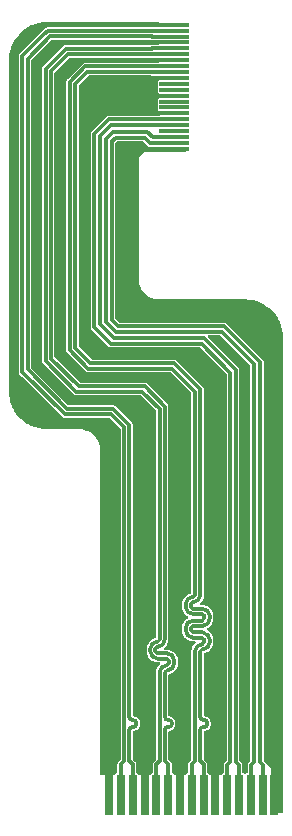
<source format=gbr>
%TF.GenerationSoftware,KiCad,Pcbnew,9.0.0*%
%TF.CreationDate,2025-07-25T21:30:29+02:00*%
%TF.ProjectId,PCK_Flex,50434b5f-466c-4657-982e-6b696361645f,rev?*%
%TF.SameCoordinates,Original*%
%TF.FileFunction,Copper,L1,Top*%
%TF.FilePolarity,Positive*%
%FSLAX46Y46*%
G04 Gerber Fmt 4.6, Leading zero omitted, Abs format (unit mm)*
G04 Created by KiCad (PCBNEW 9.0.0) date 2025-07-25 21:30:29*
%MOMM*%
%LPD*%
G01*
G04 APERTURE LIST*
%TA.AperFunction,SMDPad,CuDef*%
%ADD10R,0.700000X3.500000*%
%TD*%
%TA.AperFunction,SMDPad,CuDef*%
%ADD11R,2.500000X0.350000*%
%TD*%
%TA.AperFunction,ViaPad*%
%ADD12C,0.350000*%
%TD*%
%TA.AperFunction,Conductor*%
%ADD13C,0.300000*%
%TD*%
%TA.AperFunction,Conductor*%
%ADD14C,0.350000*%
%TD*%
G04 APERTURE END LIST*
D10*
%TO.P,J2,1,Pin_1*%
%TO.N,+3V3*%
X160000000Y-119500000D03*
%TO.P,J2,2,Pin_2*%
%TO.N,/SDA*%
X159000000Y-119500000D03*
%TO.P,J2,3,Pin_3*%
%TO.N,/SCL*%
X158000000Y-119500000D03*
%TO.P,J2,4,Pin_4*%
%TO.N,Net-(J1-Pin_18)*%
X157000000Y-119500000D03*
%TO.P,J2,5,Pin_5*%
%TO.N,/ENABLE*%
X156000000Y-119500000D03*
%TO.P,J2,6,Pin_6*%
%TO.N,GND*%
X155000000Y-119500000D03*
%TO.P,J2,7,Pin_7*%
%TO.N,/CON_SCI_CLK_P*%
X154000000Y-119500000D03*
%TO.P,J2,8,Pin_8*%
%TO.N,/CON_SCI_CLK_N*%
X153000000Y-119500000D03*
%TO.P,J2,9,Pin_9*%
%TO.N,GND*%
X152000000Y-119500000D03*
%TO.P,J2,10,Pin_10*%
%TO.N,/CON_SCI_D1_P*%
X151000000Y-119500000D03*
%TO.P,J2,11,Pin_11*%
%TO.N,/CON_SCI_D1_N*%
X150000000Y-119500000D03*
%TO.P,J2,12,Pin_12*%
%TO.N,GND*%
X149000000Y-119500000D03*
%TO.P,J2,13,Pin_13*%
%TO.N,/CON_SCI_D0_P*%
X148000000Y-119500000D03*
%TO.P,J2,14,Pin_14*%
%TO.N,/CON_SCI_D0_N*%
X147000000Y-119500000D03*
%TO.P,J2,15,Pin_15*%
%TO.N,GND*%
X146000000Y-119500000D03*
%TD*%
D11*
%TO.P,J1,22,Pin_22*%
%TO.N,+3V3*%
X151500000Y-64750000D03*
%TO.P,J1,21,Pin_21*%
%TO.N,/SDA*%
X151500000Y-64250000D03*
%TO.P,J1,20,Pin_20*%
%TO.N,/SCL*%
X151500000Y-63750000D03*
%TO.P,J1,19,Pin_19*%
%TO.N,unconnected-(J1-Pin_19-Pad19)*%
X151500000Y-63250000D03*
%TO.P,J1,18,Pin_18*%
%TO.N,Net-(J1-Pin_18)*%
X151500000Y-62750000D03*
%TO.P,J1,17,Pin_17*%
%TO.N,/ENABLE*%
X151500000Y-62250000D03*
%TO.P,J1,16,Pin_16*%
%TO.N,GND*%
X151500000Y-61750000D03*
%TO.P,J1,15,Pin_15*%
%TO.N,unconnected-(J1-Pin_15-Pad15)*%
X151500000Y-61250000D03*
%TO.P,J1,14,Pin_14*%
%TO.N,unconnected-(J1-Pin_14-Pad14)*%
X151500000Y-60750000D03*
%TO.P,J1,13,Pin_13*%
%TO.N,GND*%
X151500000Y-60250000D03*
%TO.P,J1,12,Pin_12*%
%TO.N,unconnected-(J1-Pin_12-Pad12)*%
X151500000Y-59750000D03*
%TO.P,J1,11,Pin_11*%
%TO.N,unconnected-(J1-Pin_11-Pad11)*%
X151500000Y-59250000D03*
%TO.P,J1,10,Pin_10*%
%TO.N,GND*%
X151500000Y-58750000D03*
%TO.P,J1,9,Pin_9*%
%TO.N,/CON_SCI_CLK_P*%
X151500000Y-58250000D03*
%TO.P,J1,8,Pin_8*%
%TO.N,/CON_SCI_CLK_N*%
X151500000Y-57750000D03*
%TO.P,J1,7,Pin_7*%
%TO.N,GND*%
X151500000Y-57250000D03*
%TO.P,J1,6,Pin_6*%
%TO.N,/CON_SCI_D1_P*%
X151500000Y-56750000D03*
%TO.P,J1,5,Pin_5*%
%TO.N,/CON_SCI_D1_N*%
X151500000Y-56250000D03*
%TO.P,J1,4,Pin_4*%
%TO.N,GND*%
X151500000Y-55750000D03*
%TO.P,J1,3,Pin_3*%
%TO.N,/CON_SCI_D0_P*%
X151500000Y-55250000D03*
%TO.P,J1,2,Pin_2*%
%TO.N,/CON_SCI_D0_N*%
X151500000Y-54750000D03*
%TO.P,J1,1,Pin_1*%
%TO.N,GND*%
X151500000Y-54250000D03*
%TD*%
D12*
%TO.N,GND*%
X157505400Y-116738400D03*
X146024600Y-116738400D03*
X149402800Y-58775600D03*
X149402800Y-61747400D03*
X149402800Y-60248800D03*
X149402800Y-57251600D03*
X149402800Y-55753000D03*
X149402800Y-54250000D03*
X155016200Y-116738400D03*
X152019000Y-116738400D03*
X149021800Y-116738400D03*
%TD*%
D13*
%TO.N,/SDA*%
X159000000Y-118389400D02*
X159000000Y-120000000D01*
X159004000Y-118385400D02*
X159000000Y-118389400D01*
X159004000Y-116916200D02*
X159004000Y-118385400D01*
X158750000Y-116662200D02*
X159004000Y-116916200D01*
X158750000Y-82778600D02*
X158750000Y-116662200D01*
X146786600Y-79756000D02*
X155727400Y-79756000D01*
X146253200Y-79222600D02*
X146786600Y-79756000D01*
X146253200Y-64109600D02*
X146253200Y-79222600D01*
X146565000Y-63797800D02*
X146253200Y-64109600D01*
X149467000Y-64250000D02*
X149014800Y-63797800D01*
X149014800Y-63797800D02*
X146565000Y-63797800D01*
X151500000Y-64250000D02*
X149467000Y-64250000D01*
%TO.N,/SCL*%
X158242000Y-116662200D02*
X158000000Y-116904200D01*
X158000000Y-116904200D02*
X158000000Y-120000000D01*
X158242000Y-82981800D02*
X158242000Y-116662200D01*
X146583400Y-80264000D02*
X155524200Y-80264000D01*
X146354800Y-63296800D02*
X145745200Y-63906400D01*
X145745200Y-79425800D02*
X146583400Y-80264000D01*
X145745200Y-63906400D02*
X145745200Y-79425800D01*
X149225000Y-63296800D02*
X146354800Y-63296800D01*
X155524200Y-80264000D02*
X158242000Y-82981800D01*
X151500000Y-63750000D02*
X149678200Y-63750000D01*
%TO.N,/SDA*%
X155727400Y-79756000D02*
X158750000Y-82778600D01*
%TO.N,/SCL*%
X149678200Y-63750000D02*
X149225000Y-63296800D01*
D14*
%TO.N,/CON_SCI_CLK_N*%
X149624999Y-57750000D02*
X151500000Y-57750000D01*
X149599999Y-57775000D02*
X149624999Y-57750000D01*
X143963802Y-57775000D02*
X149599999Y-57775000D01*
X142679000Y-59059802D02*
X143963802Y-57775000D01*
X142679000Y-81808598D02*
X142679000Y-59059802D01*
X144233202Y-83362800D02*
X142679000Y-81808598D01*
X153275000Y-85317998D02*
X151319802Y-83362800D01*
X153275000Y-100609400D02*
X153275000Y-85317998D01*
X151319802Y-83362800D02*
X144233202Y-83362800D01*
%TO.N,/CON_SCI_CLK_P*%
X144150198Y-58225000D02*
X149599999Y-58225000D01*
X143129000Y-81622202D02*
X143129000Y-59246198D01*
X144419598Y-82912800D02*
X143129000Y-81622202D01*
X149599999Y-58225000D02*
X149624999Y-58250000D01*
X151506198Y-82912800D02*
X144419598Y-82912800D01*
X153725000Y-85131602D02*
X151506198Y-82912800D01*
X153725000Y-100609400D02*
X153725000Y-85131602D01*
X149624999Y-58250000D02*
X151500000Y-58250000D01*
X143129000Y-59246198D02*
X144150198Y-58225000D01*
%TO.N,/CON_SCI_D0_N*%
X149624999Y-54750000D02*
X151500000Y-54750000D01*
X149600999Y-54774000D02*
X149624999Y-54750000D01*
X141164808Y-54774000D02*
X149413189Y-54774000D01*
X149413189Y-54774000D02*
X149600999Y-54774000D01*
X140526998Y-55038190D02*
X140791188Y-54774000D01*
X140791188Y-54774000D02*
X141164808Y-54774000D01*
X138903590Y-56661598D02*
X140526998Y-55038190D01*
X138639400Y-56925788D02*
X138903590Y-56661598D01*
X138639400Y-83238792D02*
X138639400Y-57299408D01*
X138639400Y-83612412D02*
X138639400Y-83238792D01*
X142625208Y-87224600D02*
X142251588Y-87224600D01*
X138903590Y-83876602D02*
X138639400Y-83612412D01*
X147271800Y-88333212D02*
X146163188Y-87224600D01*
X141987398Y-86960410D02*
X138903590Y-83876602D01*
X147271800Y-92980390D02*
X147271800Y-88333212D01*
X138639400Y-57299408D02*
X138639400Y-56925788D01*
X147271800Y-93354010D02*
X147271800Y-92980390D01*
X147274000Y-93356210D02*
X147271800Y-93354010D01*
X142251588Y-87224600D02*
X141987398Y-86960410D01*
X147274000Y-111522390D02*
X147274000Y-93356210D01*
X147274000Y-111896010D02*
X147274000Y-111522390D01*
X146163188Y-87224600D02*
X142625208Y-87224600D01*
X147274000Y-112564951D02*
X147274000Y-111896010D01*
X147274000Y-112676864D02*
X147274000Y-112564951D01*
X147269749Y-112681082D02*
X147274000Y-112676864D01*
X147275000Y-113069136D02*
X147268264Y-113057466D01*
X147268264Y-113057466D02*
X147269749Y-112681082D01*
X147272241Y-113761865D02*
X147275000Y-113757087D01*
X147274000Y-114141179D02*
X147265776Y-114132663D01*
X147274000Y-116413189D02*
X147274000Y-114141179D01*
X147274000Y-116600999D02*
X147274000Y-116413189D01*
X147000000Y-116874999D02*
X147274000Y-116600999D01*
X147275000Y-113757087D02*
X147275000Y-113069136D01*
X147265776Y-114132663D02*
X147272241Y-113761865D01*
X147000000Y-119500000D02*
X147000000Y-116874999D01*
D13*
%TO.N,/ENABLE*%
X156000000Y-116897600D02*
X156000000Y-120000000D01*
X156260800Y-116636800D02*
X156000000Y-116897600D01*
X156260800Y-83715720D02*
X156260800Y-116636800D01*
X146151600Y-81280000D02*
X153825080Y-81280000D01*
X144705139Y-79833539D02*
X146151600Y-81280000D01*
X153825080Y-81280000D02*
X156260800Y-83715720D01*
X144703800Y-63500000D02*
X144703800Y-79804122D01*
X144703800Y-79804122D02*
X144705139Y-79805461D01*
X145953800Y-62250000D02*
X144703800Y-63500000D01*
X144705139Y-79805461D02*
X144705139Y-79833539D01*
X148369479Y-62250000D02*
X145953800Y-62250000D01*
D14*
%TO.N,/CON_SCI_D0_P*%
X149624999Y-55250000D02*
X151500000Y-55250000D01*
X149599999Y-55225000D02*
X149624999Y-55250000D01*
X140977998Y-55225000D02*
X149599999Y-55225000D01*
X139090400Y-57112598D02*
X140977998Y-55225000D01*
X139090400Y-83425602D02*
X139090400Y-57112598D01*
X142438398Y-86773600D02*
X139090400Y-83425602D01*
X146349998Y-86773600D02*
X142438398Y-86773600D01*
X147725000Y-111709200D02*
X147725000Y-93169400D01*
X147722800Y-93167200D02*
X147722800Y-88146402D01*
%TO.N,/CON_SCI_D1_N*%
X149624999Y-56250000D02*
X151500000Y-56250000D01*
%TO.N,/CON_SCI_D0_P*%
X147725000Y-93169400D02*
X147722800Y-93167200D01*
%TO.N,/CON_SCI_D1_N*%
X142314202Y-56275000D02*
X149599999Y-56275000D01*
X149599999Y-56275000D02*
X149624999Y-56250000D01*
X140621600Y-82697598D02*
X140621600Y-57967602D01*
X140621600Y-57967602D02*
X142314202Y-56275000D01*
X150275000Y-86762998D02*
X148823402Y-85311400D01*
X150275000Y-102768400D02*
X150275000Y-86762998D01*
X148823402Y-85311400D02*
X143235402Y-85311400D01*
%TO.N,/CON_SCI_D1_P*%
X149624999Y-56750000D02*
X151500000Y-56750000D01*
X149599999Y-56725000D02*
X149624999Y-56750000D01*
X141071600Y-58153998D02*
X142500598Y-56725000D01*
%TO.N,/CON_SCI_D0_P*%
X147722800Y-88146402D02*
X146349998Y-86773600D01*
%TO.N,/CON_SCI_D1_P*%
X150725000Y-102768400D02*
X150725000Y-86576602D01*
X150725000Y-86576602D02*
X149009798Y-84861400D01*
X143421798Y-84861400D02*
X141071600Y-82511202D01*
X142500598Y-56725000D02*
X149599999Y-56725000D01*
X149009798Y-84861400D02*
X143421798Y-84861400D01*
%TO.N,/CON_SCI_D1_N*%
X143235402Y-85311400D02*
X140621600Y-82697598D01*
%TO.N,/CON_SCI_D1_P*%
X141071600Y-82511202D02*
X141071600Y-58153998D01*
D13*
%TO.N,Net-(J1-Pin_18)*%
X146161320Y-62751000D02*
X146976802Y-62751001D01*
X145204800Y-79596600D02*
X145204800Y-63707520D01*
X146380200Y-80772000D02*
X145204800Y-79596600D01*
X154025600Y-80772000D02*
X146380200Y-80772000D01*
X145204800Y-63707520D02*
X146161320Y-62751000D01*
X154032601Y-80779000D02*
X154025600Y-80772000D01*
X156468320Y-83214720D02*
X154032601Y-80779000D01*
X156468321Y-83214720D02*
X156468320Y-83214720D01*
X156718000Y-83464400D02*
X156468321Y-83214720D01*
X156761800Y-83508199D02*
X156718000Y-83464400D01*
X146976802Y-62751001D02*
X146976803Y-62751000D01*
X146976802Y-62751001D02*
X148161956Y-62751000D01*
X156761800Y-83508199D02*
X156761800Y-83508200D01*
X156761800Y-116429280D02*
X156761800Y-83923240D01*
X157000000Y-116893400D02*
X156761800Y-116655200D01*
X156761800Y-83923240D02*
X156761800Y-83508199D01*
X156761800Y-116655200D02*
X156761800Y-116429280D01*
X157000000Y-120000000D02*
X157000000Y-116893400D01*
D14*
%TO.N,/CON_SCI_CLK_P*%
X154303812Y-113344400D02*
G75*
G03*
X154063812Y-113104388I-240012J0D01*
G01*
X153965000Y-113104400D02*
G75*
G02*
X153725000Y-112864400I0J240000D01*
G01*
X154063812Y-113704400D02*
G75*
G03*
X154303800Y-113464400I-12J240000D01*
G01*
X153725000Y-113944400D02*
G75*
G02*
X153965000Y-113704400I240000J0D01*
G01*
X153725000Y-116599999D02*
X153725000Y-113944400D01*
X154063812Y-113104400D02*
X153965000Y-113104400D01*
X153965000Y-113704400D02*
X154063812Y-113704400D01*
X153725000Y-112864400D02*
X153725000Y-112744400D01*
X153725000Y-111683800D02*
X153725000Y-107315000D01*
X153725000Y-112744400D02*
X153725000Y-111683800D01*
X154000000Y-116874999D02*
X153725000Y-116599999D01*
X154303812Y-113464400D02*
X154303812Y-113344400D01*
X154000000Y-119500000D02*
X154000000Y-116874999D01*
%TO.N,/CON_SCI_D1_P*%
X150965000Y-113104400D02*
G75*
G02*
X150725000Y-112864400I0J240000D01*
G01*
X151303812Y-113344400D02*
G75*
G03*
X151063812Y-113104388I-240012J0D01*
G01*
X150725000Y-113944400D02*
G75*
G02*
X150965000Y-113704400I240000J0D01*
G01*
X151063812Y-113704400D02*
G75*
G03*
X151303800Y-113464400I-12J240000D01*
G01*
X151000000Y-116874999D02*
X150725000Y-116599999D01*
X150725000Y-112744400D02*
X150725000Y-111582200D01*
X150725000Y-111582200D02*
X150725000Y-109093000D01*
X150725000Y-112864400D02*
X150725000Y-112744400D01*
X151303812Y-113464400D02*
X151303812Y-113344400D01*
X151063812Y-113104400D02*
X150965000Y-113104400D01*
X150965000Y-113704400D02*
X151063812Y-113704400D01*
X151000000Y-119500000D02*
X151000000Y-116874999D01*
X150725000Y-116599999D02*
X150725000Y-113944400D01*
%TO.N,/CON_SCI_D0_P*%
X147725000Y-113951761D02*
G75*
G02*
X147965000Y-113711800I240000J-39D01*
G01*
X148303871Y-113351761D02*
G75*
G03*
X148063871Y-113111829I-239971J-39D01*
G01*
X147965000Y-113111761D02*
G75*
G02*
X147725039Y-112871761I0J239961D01*
G01*
X148063871Y-113711761D02*
G75*
G03*
X148303861Y-113471761I29J239961D01*
G01*
X147725000Y-112871761D02*
X147725000Y-112751761D01*
X148303871Y-113471761D02*
X148303871Y-113351761D01*
X147965000Y-113711761D02*
X148063871Y-113711761D01*
X148000000Y-116874999D02*
X147725000Y-116599999D01*
X148000000Y-119500000D02*
X148000000Y-116874999D01*
X147725000Y-112751761D02*
X147725000Y-111709200D01*
X148063871Y-113111761D02*
X147965000Y-113111761D01*
X147725000Y-116599999D02*
X147725000Y-113951761D01*
%TO.N,/CON_SCI_CLK_N*%
X153275000Y-116599999D02*
X153275000Y-107315000D01*
X153725000Y-104140000D02*
X153325000Y-104140000D01*
X154075000Y-104515000D02*
X154075000Y-104315000D01*
X152475000Y-105515000D02*
X152475000Y-105315000D01*
%TO.N,/CON_SCI_CLK_P*%
X153725000Y-102515000D02*
X153725000Y-102315000D01*
%TO.N,/CON_SCI_CLK_N*%
X153725000Y-104690000D02*
X153900000Y-104690000D01*
%TO.N,/CON_SCI_CLK_P*%
X153725000Y-102315000D02*
X153725000Y-100609400D01*
%TO.N,/CON_SCI_CLK_N*%
X153900000Y-106140000D02*
X153725000Y-106140000D01*
X153725000Y-106140000D02*
X153275000Y-106140000D01*
X153275000Y-102515000D02*
X153275000Y-102315000D01*
X153275000Y-102315000D02*
X153275000Y-100609400D01*
X153325000Y-104140000D02*
X153100000Y-104140000D01*
X153000000Y-116874999D02*
X153275000Y-116599999D01*
X153275000Y-104690000D02*
X153725000Y-104690000D01*
%TO.N,/CON_SCI_CLK_P*%
X152925000Y-103515000D02*
X152925000Y-103315000D01*
X153900000Y-105690000D02*
X153725000Y-105690000D01*
X153725000Y-105690000D02*
X153275000Y-105690000D01*
X153325000Y-103690000D02*
X153100000Y-103690000D01*
X153275000Y-105140000D02*
X153725000Y-105140000D01*
%TO.N,/CON_SCI_CLK_N*%
X153275000Y-106140000D02*
X153100000Y-106140000D01*
%TO.N,/CON_SCI_CLK_P*%
X153725000Y-103690000D02*
X153325000Y-103690000D01*
%TO.N,/CON_SCI_CLK_N*%
X153900000Y-104140000D02*
X153725000Y-104140000D01*
%TO.N,/CON_SCI_CLK_P*%
X153900000Y-103690000D02*
X153725000Y-103690000D01*
X153725000Y-105140000D02*
X153900000Y-105140000D01*
%TO.N,/CON_SCI_CLK_N*%
X153100000Y-104690000D02*
X153275000Y-104690000D01*
%TO.N,/CON_SCI_CLK_P*%
X154525000Y-104515000D02*
X154525000Y-104315000D01*
%TO.N,/CON_SCI_CLK_N*%
X152475000Y-103515000D02*
X152475000Y-103315000D01*
%TO.N,/CON_SCI_CLK_P*%
X152925000Y-105515000D02*
X152925000Y-105315000D01*
%TO.N,/CON_SCI_CLK_N*%
X154075000Y-106515000D02*
X154075000Y-106315000D01*
X153000000Y-119500000D02*
X153000000Y-116874999D01*
%TO.N,/CON_SCI_CLK_P*%
X153100000Y-105140000D02*
X153275000Y-105140000D01*
X153275000Y-105690000D02*
X153100000Y-105690000D01*
X154525000Y-106515000D02*
X154525000Y-106315000D01*
X152925000Y-103315000D02*
G75*
G02*
X153100000Y-103140000I175000J0D01*
G01*
X153100000Y-103690000D02*
G75*
G02*
X152925000Y-103515000I0J175000D01*
G01*
%TO.N,/CON_SCI_CLK_N*%
X154075000Y-104315000D02*
G75*
G03*
X153900000Y-104140000I-175000J0D01*
G01*
X153100000Y-102690000D02*
G75*
G03*
X153275000Y-102515000I0J175000D01*
G01*
X153100000Y-106140000D02*
G75*
G02*
X152475000Y-105515000I0J625000D01*
G01*
X153275000Y-107315000D02*
G75*
G02*
X153900000Y-106690000I625000J0D01*
G01*
%TO.N,/CON_SCI_CLK_P*%
X153900000Y-105140000D02*
G75*
G03*
X154525000Y-104515000I0J625000D01*
G01*
%TO.N,/CON_SCI_CLK_N*%
X153900000Y-104690000D02*
G75*
G03*
X154075000Y-104515000I0J175000D01*
G01*
%TO.N,/CON_SCI_CLK_P*%
X153100000Y-103140000D02*
G75*
G03*
X153725000Y-102515000I0J625000D01*
G01*
%TO.N,/CON_SCI_CLK_N*%
X152475000Y-103315000D02*
G75*
G02*
X153100000Y-102690000I625000J0D01*
G01*
X152475000Y-105315000D02*
G75*
G02*
X153100000Y-104690000I625000J0D01*
G01*
%TO.N,/CON_SCI_CLK_P*%
X152925000Y-105315000D02*
G75*
G02*
X153100000Y-105140000I175000J0D01*
G01*
%TO.N,/CON_SCI_CLK_N*%
X153100000Y-104140000D02*
G75*
G02*
X152475000Y-103515000I0J625000D01*
G01*
%TO.N,/CON_SCI_CLK_P*%
X153100000Y-105690000D02*
G75*
G02*
X152925000Y-105515000I0J175000D01*
G01*
%TO.N,/CON_SCI_CLK_N*%
X153900000Y-106690000D02*
G75*
G03*
X154075000Y-106515000I0J175000D01*
G01*
%TO.N,/CON_SCI_CLK_P*%
X154525000Y-104315000D02*
G75*
G03*
X153900000Y-103690000I-625000J0D01*
G01*
X153900000Y-107140000D02*
G75*
G03*
X154525000Y-106515000I0J625000D01*
G01*
X154525000Y-106315000D02*
G75*
G03*
X153900000Y-105690000I-625000J0D01*
G01*
%TO.N,/CON_SCI_CLK_N*%
X154075000Y-106315000D02*
G75*
G03*
X153900000Y-106140000I-175000J0D01*
G01*
%TO.N,/CON_SCI_CLK_P*%
X153725000Y-107315000D02*
G75*
G02*
X153900000Y-107140000I175000J0D01*
G01*
%TO.N,/CON_SCI_D1_N*%
X149475000Y-107093000D02*
G75*
G02*
X150100000Y-106468000I625000J0D01*
G01*
X151075000Y-108093000D02*
G75*
G03*
X150900000Y-107918000I-175000J0D01*
G01*
%TO.N,/CON_SCI_D1_P*%
X150100000Y-107468000D02*
G75*
G02*
X149925000Y-107293000I0J175000D01*
G01*
%TO.N,/CON_SCI_D1_N*%
X150900000Y-108468000D02*
G75*
G03*
X151075000Y-108293000I0J175000D01*
G01*
%TO.N,/CON_SCI_D1_P*%
X150900000Y-108918000D02*
G75*
G03*
X151525000Y-108293000I0J625000D01*
G01*
X151525000Y-108093000D02*
G75*
G03*
X150900000Y-107468000I-625000J0D01*
G01*
X150100000Y-106918000D02*
G75*
G03*
X150725000Y-106293000I0J625000D01*
G01*
X150725000Y-109093000D02*
G75*
G02*
X150900000Y-108918000I175000J0D01*
G01*
%TO.N,/CON_SCI_D1_N*%
X150100000Y-106468000D02*
G75*
G03*
X150275000Y-106293000I0J175000D01*
G01*
X150275000Y-109093000D02*
G75*
G02*
X150900000Y-108468000I625000J0D01*
G01*
%TO.N,/CON_SCI_D1_P*%
X149925000Y-107093000D02*
G75*
G02*
X150100000Y-106918000I175000J0D01*
G01*
%TO.N,/CON_SCI_D1_N*%
X150100000Y-107918000D02*
G75*
G02*
X149475000Y-107293000I0J625000D01*
G01*
%TO.N,/CON_SCI_D1_P*%
X150900000Y-107468000D02*
X150725000Y-107468000D01*
X150725000Y-107468000D02*
X150325000Y-107468000D01*
%TO.N,/CON_SCI_D1_N*%
X150275000Y-106093000D02*
X150275000Y-102768400D01*
X149475000Y-107293000D02*
X149475000Y-107093000D01*
%TO.N,/CON_SCI_D1_P*%
X151525000Y-108293000D02*
X151525000Y-108093000D01*
%TO.N,/CON_SCI_D1_N*%
X150325000Y-107918000D02*
X150100000Y-107918000D01*
X151075000Y-108293000D02*
X151075000Y-108093000D01*
X150900000Y-107918000D02*
X150725000Y-107918000D01*
X150275000Y-116599999D02*
X150275000Y-109093000D01*
%TO.N,/CON_SCI_D1_P*%
X150325000Y-107468000D02*
X150100000Y-107468000D01*
%TO.N,/CON_SCI_D1_N*%
X150275000Y-106293000D02*
X150275000Y-106093000D01*
X150000000Y-119500000D02*
X150000000Y-116874999D01*
X150000000Y-116874999D02*
X150275000Y-116599999D01*
X150725000Y-107918000D02*
X150325000Y-107918000D01*
%TO.N,/CON_SCI_D1_P*%
X149925000Y-107293000D02*
X149925000Y-107093000D01*
X150725000Y-106093000D02*
X150725000Y-102768400D01*
X150725000Y-106293000D02*
X150725000Y-106093000D01*
D13*
%TO.N,/SDA*%
X151488000Y-64262000D02*
X151500000Y-64250000D01*
%TO.N,Net-(J1-Pin_18)*%
X149554120Y-62751000D02*
X151499000Y-62751000D01*
X149139078Y-62751000D02*
X149554120Y-62751000D01*
X148577001Y-62751001D02*
X148577002Y-62751000D01*
X148161956Y-62751000D02*
X148577001Y-62751001D01*
X148161956Y-62751000D02*
X148161957Y-62751001D01*
X148992041Y-62751000D02*
X149139078Y-62751000D01*
X148577002Y-62751000D02*
X148992041Y-62751000D01*
%TO.N,/ENABLE*%
X148369479Y-62250000D02*
X148369480Y-62250000D01*
X148784520Y-62250000D02*
X148369479Y-62250000D01*
X149346599Y-62250000D02*
X148784520Y-62250000D01*
X151500000Y-62250000D02*
X149346599Y-62250000D01*
%TD*%
%TA.AperFunction,Conductor*%
%TO.N,GND*%
G36*
X150225591Y-54019407D02*
G01*
X150261555Y-54068907D01*
X150266400Y-54099500D01*
X150266400Y-54350500D01*
X150247493Y-54408691D01*
X150197993Y-54444655D01*
X150167400Y-54449500D01*
X149585434Y-54449500D01*
X149508461Y-54470126D01*
X149482837Y-54473500D01*
X140751623Y-54473500D01*
X140675199Y-54493978D01*
X140675195Y-54493980D01*
X140606677Y-54533539D01*
X140342486Y-54797729D01*
X140342487Y-54797730D01*
X138719079Y-56421138D01*
X138454889Y-56685328D01*
X138454888Y-56685327D01*
X138398939Y-56741277D01*
X138359380Y-56809795D01*
X138359378Y-56809799D01*
X138338900Y-56886223D01*
X138338900Y-83651976D01*
X138359378Y-83728400D01*
X138391303Y-83783694D01*
X138391304Y-83783697D01*
X138398936Y-83796917D01*
X138398938Y-83796919D01*
X138398940Y-83796923D01*
X138398943Y-83796926D01*
X138663129Y-84061113D01*
X138663130Y-84061113D01*
X142011128Y-87409111D01*
X142011127Y-87409111D01*
X142067077Y-87465060D01*
X142135595Y-87504619D01*
X142135599Y-87504621D01*
X142212023Y-87525099D01*
X142212025Y-87525100D01*
X142212026Y-87525100D01*
X142291150Y-87525100D01*
X142585646Y-87525100D01*
X145997709Y-87525100D01*
X146055900Y-87544007D01*
X146067713Y-87554096D01*
X146942304Y-88428687D01*
X146970081Y-88483204D01*
X146971300Y-88498691D01*
X146971300Y-93393574D01*
X146972147Y-93400008D01*
X146971559Y-93400085D01*
X146973500Y-93414817D01*
X146973500Y-112612065D01*
X146972469Y-112626313D01*
X146971602Y-112632267D01*
X146969407Y-112640335D01*
X146969406Y-112640345D01*
X146969406Y-112640349D01*
X146969377Y-112647563D01*
X146969377Y-112647569D01*
X146969313Y-112664088D01*
X146969313Y-112664091D01*
X146967946Y-113010444D01*
X146967768Y-113013085D01*
X146967764Y-113056659D01*
X146967763Y-113057039D01*
X146967609Y-113095844D01*
X146967642Y-113096100D01*
X146967686Y-113096441D01*
X146967753Y-113096971D01*
X146971129Y-113109573D01*
X146974500Y-113135186D01*
X146974500Y-113696176D01*
X146973409Y-113710835D01*
X146972462Y-113717160D01*
X146972341Y-113717743D01*
X146972205Y-113718777D01*
X146971967Y-113720467D01*
X146971799Y-113721588D01*
X146971753Y-113722209D01*
X146971744Y-113722274D01*
X146971741Y-113758355D01*
X146971726Y-113760072D01*
X146964908Y-114151116D01*
X146964908Y-114151120D01*
X146964762Y-114159534D01*
X146964632Y-114166978D01*
X146971665Y-114195185D01*
X146972357Y-114199697D01*
X146971957Y-114202139D01*
X146973500Y-114214700D01*
X146973500Y-116435520D01*
X146954593Y-116493711D01*
X146944504Y-116505524D01*
X146815489Y-116634539D01*
X146815488Y-116634538D01*
X146759539Y-116690488D01*
X146719980Y-116759006D01*
X146719978Y-116759010D01*
X146699500Y-116835434D01*
X146699500Y-117530948D01*
X146680593Y-117589139D01*
X146631093Y-117625103D01*
X146619811Y-117628046D01*
X146601034Y-117631780D01*
X146601032Y-117631781D01*
X146559520Y-117659518D01*
X146559517Y-117659521D01*
X146526363Y-117709140D01*
X146523235Y-117707050D01*
X146495237Y-117739821D01*
X146443525Y-117754400D01*
X145349500Y-117754400D01*
X145291309Y-117735493D01*
X145255345Y-117685993D01*
X145250500Y-117655400D01*
X145250500Y-90124802D01*
X145240397Y-90054535D01*
X145214864Y-89876954D01*
X145144320Y-89636700D01*
X145040301Y-89408932D01*
X145040295Y-89408922D01*
X144904932Y-89198292D01*
X144904923Y-89198280D01*
X144740960Y-89009057D01*
X144740958Y-89009055D01*
X144740952Y-89009048D01*
X144689404Y-88964381D01*
X144551719Y-88845076D01*
X144551707Y-88845067D01*
X144341077Y-88709704D01*
X144341064Y-88709697D01*
X144198305Y-88644501D01*
X144113300Y-88605680D01*
X144113295Y-88605678D01*
X144113294Y-88605678D01*
X143873047Y-88535136D01*
X143873041Y-88535135D01*
X143709070Y-88511559D01*
X143625198Y-88499500D01*
X143625197Y-88499500D01*
X140752586Y-88499500D01*
X140747405Y-88499364D01*
X140415518Y-88481970D01*
X140405212Y-88480887D01*
X140079519Y-88429303D01*
X140069383Y-88427149D01*
X139750852Y-88341798D01*
X139741005Y-88338598D01*
X139433145Y-88220422D01*
X139423693Y-88216214D01*
X139129866Y-88066502D01*
X139120892Y-88061320D01*
X139076188Y-88032289D01*
X138844343Y-87881726D01*
X138835961Y-87875637D01*
X138579697Y-87668118D01*
X138571996Y-87661185D01*
X138338814Y-87428003D01*
X138331881Y-87420302D01*
X138124362Y-87164038D01*
X138118271Y-87155654D01*
X137970740Y-86928477D01*
X137938675Y-86879100D01*
X137933501Y-86870140D01*
X137783781Y-86576298D01*
X137779580Y-86566863D01*
X137661396Y-86258982D01*
X137658201Y-86249147D01*
X137634956Y-86162396D01*
X137572847Y-85930604D01*
X137570698Y-85920492D01*
X137519111Y-85594782D01*
X137518029Y-85584481D01*
X137516319Y-85551860D01*
X137500636Y-85252595D01*
X137500500Y-85247414D01*
X137500500Y-57252585D01*
X137500636Y-57247404D01*
X137510955Y-57050499D01*
X137518029Y-56915510D01*
X137519112Y-56905212D01*
X137534224Y-56809799D01*
X137570699Y-56579504D01*
X137572846Y-56569399D01*
X137658203Y-56250844D01*
X137661394Y-56241022D01*
X137779583Y-55933129D01*
X137783778Y-55923708D01*
X137933505Y-55629850D01*
X137938669Y-55620907D01*
X138118281Y-55344330D01*
X138124351Y-55335975D01*
X138331889Y-55079687D01*
X138338804Y-55072006D01*
X138572006Y-54838804D01*
X138579687Y-54831889D01*
X138835975Y-54624351D01*
X138844330Y-54618281D01*
X139120907Y-54438669D01*
X139129850Y-54433505D01*
X139423708Y-54283778D01*
X139433129Y-54279583D01*
X139741022Y-54161394D01*
X139750844Y-54158203D01*
X140069399Y-54072846D01*
X140079504Y-54070699D01*
X140405219Y-54019111D01*
X140415510Y-54018029D01*
X140747405Y-54000636D01*
X140752586Y-54000500D01*
X140794170Y-54000500D01*
X149200172Y-54000500D01*
X150167400Y-54000500D01*
X150225591Y-54019407D01*
G37*
%TD.AperFunction*%
%TA.AperFunction,Conductor*%
G36*
X149504728Y-55528874D02*
G01*
X149558124Y-55543181D01*
X149585434Y-55550499D01*
X149585436Y-55550500D01*
X150167400Y-55550500D01*
X150225591Y-55569407D01*
X150261555Y-55618907D01*
X150266400Y-55649500D01*
X150266400Y-55850500D01*
X150247493Y-55908691D01*
X150197993Y-55944655D01*
X150167400Y-55949500D01*
X149585434Y-55949500D01*
X149504728Y-55971126D01*
X149479104Y-55974500D01*
X142353764Y-55974500D01*
X142274640Y-55974500D01*
X142235561Y-55984971D01*
X142198209Y-55994979D01*
X142129695Y-56034536D01*
X140437089Y-57727142D01*
X140437088Y-57727141D01*
X140381139Y-57783091D01*
X140341580Y-57851609D01*
X140341578Y-57851613D01*
X140321100Y-57928037D01*
X140321100Y-57928040D01*
X140321100Y-82737160D01*
X140341579Y-82813587D01*
X140341580Y-82813589D01*
X140348587Y-82825726D01*
X140348594Y-82825736D01*
X140348597Y-82825742D01*
X140381140Y-82882109D01*
X142994942Y-85495911D01*
X142994941Y-85495911D01*
X143050891Y-85551860D01*
X143119409Y-85591419D01*
X143119413Y-85591421D01*
X143195837Y-85611899D01*
X143195839Y-85611900D01*
X143195840Y-85611900D01*
X143274964Y-85611900D01*
X148657923Y-85611900D01*
X148716114Y-85630807D01*
X148727927Y-85640896D01*
X149945504Y-86858473D01*
X149973281Y-86912990D01*
X149974500Y-86928477D01*
X149974500Y-106092280D01*
X149955593Y-106150471D01*
X149906093Y-106186435D01*
X149892695Y-106189775D01*
X149859553Y-106195619D01*
X149859548Y-106195621D01*
X149707366Y-106251010D01*
X149707364Y-106251011D01*
X149567128Y-106331978D01*
X149567121Y-106331983D01*
X149443080Y-106436066D01*
X149443066Y-106436080D01*
X149338983Y-106560121D01*
X149338978Y-106560128D01*
X149258011Y-106700364D01*
X149258010Y-106700366D01*
X149202621Y-106852547D01*
X149174500Y-107012026D01*
X149174500Y-107373973D01*
X149202621Y-107533452D01*
X149258010Y-107685633D01*
X149258011Y-107685635D01*
X149331915Y-107813638D01*
X149338979Y-107825873D01*
X149443073Y-107949927D01*
X149567127Y-108054021D01*
X149612780Y-108080379D01*
X149707364Y-108134988D01*
X149707366Y-108134989D01*
X149707370Y-108134990D01*
X149707373Y-108134992D01*
X149859548Y-108190379D01*
X150019029Y-108218500D01*
X150060438Y-108218500D01*
X150230366Y-108218500D01*
X150288557Y-108237407D01*
X150324521Y-108286907D01*
X150324521Y-108348093D01*
X150294002Y-108393338D01*
X150243080Y-108436066D01*
X150243066Y-108436080D01*
X150138983Y-108560121D01*
X150138978Y-108560128D01*
X150058011Y-108700364D01*
X150058010Y-108700366D01*
X150002621Y-108852547D01*
X149974500Y-109012026D01*
X149974500Y-116434520D01*
X149955593Y-116492711D01*
X149945504Y-116504524D01*
X149815489Y-116634539D01*
X149815488Y-116634538D01*
X149759539Y-116690488D01*
X149719980Y-116759006D01*
X149719978Y-116759010D01*
X149699500Y-116835434D01*
X149699500Y-117530948D01*
X149680593Y-117589139D01*
X149631093Y-117625103D01*
X149619811Y-117628046D01*
X149601034Y-117631780D01*
X149601032Y-117631781D01*
X149559520Y-117659518D01*
X149559517Y-117659521D01*
X149526363Y-117709140D01*
X149523235Y-117707050D01*
X149495237Y-117739821D01*
X149443525Y-117754400D01*
X148556474Y-117754400D01*
X148498283Y-117735493D01*
X148476175Y-117707443D01*
X148473636Y-117709140D01*
X148468219Y-117701033D01*
X148468219Y-117701032D01*
X148440481Y-117659519D01*
X148440290Y-117659391D01*
X148398968Y-117631780D01*
X148380187Y-117628045D01*
X148326802Y-117598149D01*
X148301186Y-117542584D01*
X148300500Y-117530947D01*
X148300500Y-116835437D01*
X148286854Y-116784510D01*
X148286854Y-116784508D01*
X148280024Y-116759016D01*
X148280023Y-116759014D01*
X148280022Y-116759013D01*
X148280022Y-116759011D01*
X148240460Y-116690488D01*
X148184510Y-116634538D01*
X148054496Y-116504523D01*
X148026719Y-116450007D01*
X148025500Y-116434520D01*
X148025500Y-114111277D01*
X148044407Y-114053086D01*
X148093907Y-114017122D01*
X148119233Y-114013113D01*
X148119209Y-114012900D01*
X148123968Y-114012363D01*
X148124517Y-114012277D01*
X148124738Y-114012277D01*
X148124738Y-114012276D01*
X148124742Y-114012277D01*
X148243505Y-113985180D01*
X148353258Y-113932331D01*
X148448497Y-113856381D01*
X148524443Y-113761139D01*
X148577288Y-113651384D01*
X148604380Y-113532620D01*
X148604371Y-113471712D01*
X148604371Y-113471301D01*
X148604371Y-113407330D01*
X148604379Y-113407219D01*
X148604377Y-113399310D01*
X148604379Y-113399307D01*
X148604377Y-113392793D01*
X148604445Y-113392583D01*
X148604438Y-113351712D01*
X148604439Y-113351712D01*
X148604429Y-113290810D01*
X148577306Y-113172063D01*
X148524441Y-113062328D01*
X148448483Y-112967108D01*
X148353241Y-112891177D01*
X148353240Y-112891176D01*
X148243493Y-112838343D01*
X148198096Y-112827987D01*
X148124737Y-112811254D01*
X148124735Y-112811254D01*
X148124731Y-112811253D01*
X148124500Y-112811253D01*
X148124376Y-112811212D01*
X148119209Y-112810631D01*
X148119328Y-112809572D01*
X148066309Y-112792346D01*
X148030345Y-112742846D01*
X148025500Y-112712253D01*
X148025500Y-93129840D01*
X148024653Y-93123407D01*
X148025239Y-93123329D01*
X148023300Y-93108595D01*
X148023300Y-88106839D01*
X148023299Y-88106837D01*
X148002821Y-88030413D01*
X148002819Y-88030409D01*
X147963260Y-87961891D01*
X147907311Y-87905941D01*
X147907311Y-87905942D01*
X146534509Y-86533140D01*
X146534506Y-86533138D01*
X146465990Y-86493580D01*
X146465986Y-86493578D01*
X146389562Y-86473100D01*
X146389560Y-86473100D01*
X142603877Y-86473100D01*
X142545686Y-86454193D01*
X142533873Y-86444104D01*
X139419896Y-83330127D01*
X139392119Y-83275610D01*
X139390900Y-83260123D01*
X139390900Y-57278077D01*
X139409807Y-57219886D01*
X139419896Y-57208073D01*
X141073473Y-55554496D01*
X141127990Y-55526719D01*
X141143477Y-55525500D01*
X149479104Y-55525500D01*
X149504728Y-55528874D01*
G37*
%TD.AperFunction*%
%TA.AperFunction,Conductor*%
G36*
X149504728Y-57028874D02*
G01*
X149558124Y-57043181D01*
X149585434Y-57050499D01*
X149585436Y-57050500D01*
X150167400Y-57050500D01*
X150225591Y-57069407D01*
X150261555Y-57118907D01*
X150266400Y-57149500D01*
X150266400Y-57350500D01*
X150247493Y-57408691D01*
X150197993Y-57444655D01*
X150167400Y-57449500D01*
X149585434Y-57449500D01*
X149504728Y-57471126D01*
X149479104Y-57474500D01*
X143924237Y-57474500D01*
X143847813Y-57494978D01*
X143847809Y-57494980D01*
X143779293Y-57534538D01*
X142494489Y-58819342D01*
X142494488Y-58819341D01*
X142438539Y-58875291D01*
X142398980Y-58943809D01*
X142398978Y-58943813D01*
X142378500Y-59020237D01*
X142378500Y-81848162D01*
X142398978Y-81924586D01*
X142398980Y-81924590D01*
X142438538Y-81993106D01*
X142438540Y-81993109D01*
X144048691Y-83603260D01*
X144048693Y-83603261D01*
X144048695Y-83603263D01*
X144117210Y-83642820D01*
X144117208Y-83642820D01*
X144117212Y-83642821D01*
X144117214Y-83642822D01*
X144193640Y-83663300D01*
X151154323Y-83663300D01*
X151212514Y-83682207D01*
X151224327Y-83692296D01*
X152945504Y-85413473D01*
X152973281Y-85467990D01*
X152974500Y-85483477D01*
X152974500Y-102314280D01*
X152955593Y-102372471D01*
X152906093Y-102408435D01*
X152892695Y-102411775D01*
X152859553Y-102417619D01*
X152859548Y-102417621D01*
X152707366Y-102473010D01*
X152707364Y-102473011D01*
X152567128Y-102553978D01*
X152567121Y-102553983D01*
X152443080Y-102658066D01*
X152443066Y-102658080D01*
X152338983Y-102782121D01*
X152338978Y-102782128D01*
X152258011Y-102922364D01*
X152258010Y-102922366D01*
X152202621Y-103074547D01*
X152174500Y-103234026D01*
X152174500Y-103595973D01*
X152202621Y-103755452D01*
X152258010Y-103907633D01*
X152258011Y-103907635D01*
X152331915Y-104035638D01*
X152338979Y-104047873D01*
X152443073Y-104171927D01*
X152567127Y-104276021D01*
X152626677Y-104310402D01*
X152659346Y-104329264D01*
X152700286Y-104374734D01*
X152706681Y-104435584D01*
X152676088Y-104488572D01*
X152659346Y-104500736D01*
X152567123Y-104553981D01*
X152567121Y-104553983D01*
X152443080Y-104658066D01*
X152443066Y-104658080D01*
X152338983Y-104782121D01*
X152338978Y-104782128D01*
X152258011Y-104922364D01*
X152258010Y-104922366D01*
X152202621Y-105074547D01*
X152174500Y-105234026D01*
X152174500Y-105595973D01*
X152202621Y-105755452D01*
X152258010Y-105907633D01*
X152258011Y-105907635D01*
X152338978Y-106047871D01*
X152338983Y-106047878D01*
X152343648Y-106053438D01*
X152443073Y-106171927D01*
X152443079Y-106171932D01*
X152443080Y-106171933D01*
X152460363Y-106186435D01*
X152567127Y-106276021D01*
X152596536Y-106293000D01*
X152707364Y-106356988D01*
X152707366Y-106356989D01*
X152707370Y-106356990D01*
X152707373Y-106356992D01*
X152859548Y-106412379D01*
X153019029Y-106440500D01*
X153060438Y-106440500D01*
X153230366Y-106440500D01*
X153288557Y-106459407D01*
X153324521Y-106508907D01*
X153324521Y-106570093D01*
X153294002Y-106615338D01*
X153243080Y-106658066D01*
X153243066Y-106658080D01*
X153138983Y-106782121D01*
X153138978Y-106782128D01*
X153058011Y-106922364D01*
X153058010Y-106922366D01*
X153002621Y-107074547D01*
X152974500Y-107234026D01*
X152974500Y-116434520D01*
X152955593Y-116492711D01*
X152945504Y-116504524D01*
X152815489Y-116634539D01*
X152815488Y-116634538D01*
X152759539Y-116690488D01*
X152719980Y-116759006D01*
X152719978Y-116759010D01*
X152699500Y-116835434D01*
X152699500Y-117530948D01*
X152680593Y-117589139D01*
X152631093Y-117625103D01*
X152619811Y-117628046D01*
X152601034Y-117631780D01*
X152601032Y-117631781D01*
X152559520Y-117659518D01*
X152559517Y-117659521D01*
X152526363Y-117709140D01*
X152523235Y-117707050D01*
X152495237Y-117739821D01*
X152443525Y-117754400D01*
X151556474Y-117754400D01*
X151498283Y-117735493D01*
X151476175Y-117707443D01*
X151473636Y-117709140D01*
X151468219Y-117701033D01*
X151468219Y-117701032D01*
X151440481Y-117659519D01*
X151440290Y-117659391D01*
X151398968Y-117631780D01*
X151380187Y-117628045D01*
X151326802Y-117598149D01*
X151301186Y-117542584D01*
X151300500Y-117530947D01*
X151300500Y-116835437D01*
X151286854Y-116784510D01*
X151286854Y-116784508D01*
X151280024Y-116759016D01*
X151280023Y-116759014D01*
X151280022Y-116759013D01*
X151280022Y-116759011D01*
X151240460Y-116690488D01*
X151184510Y-116634538D01*
X151054496Y-116504523D01*
X151026719Y-116450007D01*
X151025500Y-116434520D01*
X151025500Y-114103909D01*
X151044407Y-114045718D01*
X151093907Y-114009754D01*
X151119221Y-114005745D01*
X151119197Y-114005532D01*
X151123951Y-114004995D01*
X151124499Y-114004909D01*
X151124726Y-114004909D01*
X151243470Y-113977801D01*
X151353204Y-113924951D01*
X151448428Y-113849008D01*
X151524366Y-113753781D01*
X151577210Y-113644044D01*
X151604312Y-113525299D01*
X151604312Y-113464400D01*
X151604312Y-113416805D01*
X151604312Y-113304838D01*
X151604312Y-113298471D01*
X151604300Y-113298287D01*
X151604300Y-113283502D01*
X151595028Y-113242878D01*
X151577199Y-113164760D01*
X151524355Y-113055025D01*
X151448419Y-112959800D01*
X151448416Y-112959797D01*
X151353200Y-112883860D01*
X151353193Y-112883856D01*
X151243470Y-112831011D01*
X151243461Y-112831008D01*
X151124725Y-112803903D01*
X151124482Y-112803902D01*
X151124354Y-112803861D01*
X151119206Y-112803281D01*
X151119324Y-112802226D01*
X151066295Y-112784986D01*
X151030340Y-112735479D01*
X151025500Y-112704903D01*
X151025500Y-109293718D01*
X151044407Y-109235527D01*
X151093907Y-109199563D01*
X151107299Y-109196224D01*
X151140452Y-109190379D01*
X151292627Y-109134992D01*
X151292630Y-109134989D01*
X151292633Y-109134989D01*
X151292635Y-109134988D01*
X151341565Y-109106737D01*
X151432873Y-109054021D01*
X151556927Y-108949927D01*
X151661021Y-108825873D01*
X151713737Y-108734565D01*
X151741988Y-108685635D01*
X151741989Y-108685633D01*
X151741989Y-108685630D01*
X151741992Y-108685627D01*
X151797379Y-108533452D01*
X151825500Y-108373971D01*
X151825500Y-108293000D01*
X151825500Y-108245405D01*
X151825500Y-108053438D01*
X151825500Y-108012029D01*
X151797379Y-107852548D01*
X151741992Y-107700373D01*
X151741990Y-107700370D01*
X151741989Y-107700366D01*
X151741988Y-107700364D01*
X151687379Y-107605780D01*
X151661021Y-107560127D01*
X151556927Y-107436073D01*
X151552845Y-107432648D01*
X151432878Y-107331983D01*
X151432876Y-107331981D01*
X151432873Y-107331979D01*
X151420638Y-107324915D01*
X151292635Y-107251011D01*
X151292633Y-107251010D01*
X151241566Y-107232423D01*
X151140452Y-107195621D01*
X151140453Y-107195621D01*
X150980973Y-107167500D01*
X150980971Y-107167500D01*
X150939562Y-107167500D01*
X150769634Y-107167500D01*
X150711443Y-107148593D01*
X150675479Y-107099093D01*
X150675479Y-107037907D01*
X150705998Y-106992662D01*
X150723010Y-106978386D01*
X150756927Y-106949927D01*
X150861021Y-106825873D01*
X150913737Y-106734565D01*
X150941988Y-106685635D01*
X150941989Y-106685633D01*
X150941989Y-106685630D01*
X150941992Y-106685627D01*
X150997379Y-106533452D01*
X151025500Y-106373971D01*
X151025500Y-106293000D01*
X151025500Y-106245405D01*
X151025500Y-106053438D01*
X151025500Y-102728838D01*
X151025500Y-86537040D01*
X151005021Y-86460613D01*
X151001314Y-86454193D01*
X150965460Y-86392091D01*
X150909511Y-86336141D01*
X150909511Y-86336142D01*
X149194309Y-84620940D01*
X149194306Y-84620938D01*
X149125790Y-84581380D01*
X149125786Y-84581378D01*
X149049362Y-84560900D01*
X149049360Y-84560900D01*
X143587277Y-84560900D01*
X143529086Y-84541993D01*
X143517273Y-84531904D01*
X141401096Y-82415727D01*
X141373319Y-82361210D01*
X141372100Y-82345723D01*
X141372100Y-58319477D01*
X141391007Y-58261286D01*
X141401096Y-58249473D01*
X142596073Y-57054496D01*
X142650590Y-57026719D01*
X142666077Y-57025500D01*
X149479104Y-57025500D01*
X149504728Y-57028874D01*
G37*
%TD.AperFunction*%
%TA.AperFunction,Conductor*%
G36*
X149504728Y-58528874D02*
G01*
X149558124Y-58543181D01*
X149585434Y-58550499D01*
X149585436Y-58550500D01*
X150167400Y-58550500D01*
X150225591Y-58569407D01*
X150261555Y-58618907D01*
X150266400Y-58649500D01*
X150266400Y-58891145D01*
X150247493Y-58949336D01*
X150217568Y-58972927D01*
X150218895Y-58974913D01*
X150177547Y-59002539D01*
X150177542Y-59002544D01*
X150155330Y-59035788D01*
X150149500Y-59065098D01*
X150149500Y-59434898D01*
X150157233Y-59473775D01*
X150155409Y-59474137D01*
X150159259Y-59523123D01*
X150155626Y-59534301D01*
X150149500Y-59565098D01*
X150149500Y-59934898D01*
X150155331Y-59964214D01*
X150177539Y-59997452D01*
X150177540Y-59997453D01*
X150177543Y-59997457D01*
X150210787Y-60019669D01*
X150210788Y-60019669D01*
X150218894Y-60025085D01*
X150217222Y-60027586D01*
X150251808Y-60057122D01*
X150266400Y-60108854D01*
X150266400Y-60391145D01*
X150247493Y-60449336D01*
X150217568Y-60472927D01*
X150218895Y-60474913D01*
X150177547Y-60502539D01*
X150177542Y-60502544D01*
X150155330Y-60535788D01*
X150149500Y-60565098D01*
X150149500Y-60934898D01*
X150157233Y-60973775D01*
X150155409Y-60974137D01*
X150159259Y-61023123D01*
X150155626Y-61034301D01*
X150149500Y-61065098D01*
X150149500Y-61434898D01*
X150155331Y-61464214D01*
X150177539Y-61497452D01*
X150177540Y-61497453D01*
X150177543Y-61497457D01*
X150210787Y-61519669D01*
X150210788Y-61519669D01*
X150218894Y-61525085D01*
X150217222Y-61527586D01*
X150251808Y-61557122D01*
X150266400Y-61608854D01*
X150266400Y-61875500D01*
X150247493Y-61933691D01*
X150197993Y-61969655D01*
X150167400Y-61974500D01*
X149401399Y-61974500D01*
X148839320Y-61974500D01*
X148424279Y-61974500D01*
X145899000Y-61974500D01*
X145797742Y-62016443D01*
X144547742Y-63266443D01*
X144547741Y-63266442D01*
X144470246Y-63343938D01*
X144470244Y-63343940D01*
X144470243Y-63343942D01*
X144428300Y-63445200D01*
X144428300Y-79858922D01*
X144429639Y-79862154D01*
X144429639Y-79888339D01*
X144459397Y-79960180D01*
X144461245Y-79964641D01*
X144461247Y-79964648D01*
X144471580Y-79989594D01*
X144471581Y-79989595D01*
X144471582Y-79989597D01*
X145995542Y-81513558D01*
X145995543Y-81513558D01*
X145995544Y-81513559D01*
X146096798Y-81555500D01*
X146096800Y-81555500D01*
X146206400Y-81555500D01*
X153669957Y-81555500D01*
X153728148Y-81574407D01*
X153739961Y-81584496D01*
X155956304Y-83800839D01*
X155984081Y-83855356D01*
X155985300Y-83870843D01*
X155985300Y-116481677D01*
X155966393Y-116539868D01*
X155956304Y-116551681D01*
X155843942Y-116664043D01*
X155843941Y-116664042D01*
X155766446Y-116741538D01*
X155766444Y-116741540D01*
X155766443Y-116741542D01*
X155755109Y-116768905D01*
X155724500Y-116842800D01*
X155724500Y-117526217D01*
X155705593Y-117584408D01*
X155656093Y-117620372D01*
X155642347Y-117623247D01*
X155642408Y-117623552D01*
X155601034Y-117631780D01*
X155601032Y-117631781D01*
X155559520Y-117659518D01*
X155559517Y-117659521D01*
X155526363Y-117709140D01*
X155523235Y-117707050D01*
X155495237Y-117739821D01*
X155443525Y-117754400D01*
X154556474Y-117754400D01*
X154498283Y-117735493D01*
X154476175Y-117707443D01*
X154473636Y-117709140D01*
X154468219Y-117701033D01*
X154468219Y-117701032D01*
X154440481Y-117659519D01*
X154440290Y-117659391D01*
X154398968Y-117631780D01*
X154380187Y-117628045D01*
X154326802Y-117598149D01*
X154301186Y-117542584D01*
X154300500Y-117530947D01*
X154300500Y-116835437D01*
X154286854Y-116784510D01*
X154286854Y-116784508D01*
X154280024Y-116759016D01*
X154280023Y-116759014D01*
X154280022Y-116759013D01*
X154280022Y-116759011D01*
X154240460Y-116690488D01*
X154184510Y-116634538D01*
X154054496Y-116504523D01*
X154026719Y-116450007D01*
X154025500Y-116434520D01*
X154025500Y-114103909D01*
X154044407Y-114045718D01*
X154093907Y-114009754D01*
X154119221Y-114005745D01*
X154119197Y-114005532D01*
X154123951Y-114004995D01*
X154124499Y-114004909D01*
X154124726Y-114004909D01*
X154243470Y-113977801D01*
X154353204Y-113924951D01*
X154448428Y-113849008D01*
X154524366Y-113753781D01*
X154577210Y-113644044D01*
X154604312Y-113525299D01*
X154604312Y-113464400D01*
X154604312Y-113416805D01*
X154604312Y-113304838D01*
X154604312Y-113298471D01*
X154604300Y-113298287D01*
X154604300Y-113283502D01*
X154595028Y-113242878D01*
X154577199Y-113164760D01*
X154524355Y-113055025D01*
X154448419Y-112959800D01*
X154448416Y-112959797D01*
X154353200Y-112883860D01*
X154353193Y-112883856D01*
X154243470Y-112831011D01*
X154243461Y-112831008D01*
X154124725Y-112803903D01*
X154124482Y-112803902D01*
X154124354Y-112803861D01*
X154119206Y-112803281D01*
X154119324Y-112802226D01*
X154066295Y-112784986D01*
X154030340Y-112735479D01*
X154025500Y-112704903D01*
X154025500Y-107515718D01*
X154044407Y-107457527D01*
X154093907Y-107421563D01*
X154107299Y-107418224D01*
X154140452Y-107412379D01*
X154292627Y-107356992D01*
X154292630Y-107356989D01*
X154292633Y-107356989D01*
X154292635Y-107356988D01*
X154341565Y-107328737D01*
X154432873Y-107276021D01*
X154556927Y-107171927D01*
X154661021Y-107047873D01*
X154717575Y-106949919D01*
X154741988Y-106907635D01*
X154741989Y-106907633D01*
X154741989Y-106907630D01*
X154741992Y-106907627D01*
X154797379Y-106755452D01*
X154825500Y-106595971D01*
X154825500Y-106515000D01*
X154825500Y-106467405D01*
X154825500Y-106275438D01*
X154825500Y-106234029D01*
X154797379Y-106074548D01*
X154741992Y-105922373D01*
X154741990Y-105922370D01*
X154741989Y-105922366D01*
X154741988Y-105922364D01*
X154687379Y-105827780D01*
X154661021Y-105782127D01*
X154556927Y-105658073D01*
X154482919Y-105595973D01*
X154432878Y-105553983D01*
X154432876Y-105553981D01*
X154432873Y-105553979D01*
X154406132Y-105538540D01*
X154340654Y-105500736D01*
X154299713Y-105455267D01*
X154293317Y-105394417D01*
X154323910Y-105341428D01*
X154340654Y-105329264D01*
X154363434Y-105316111D01*
X154432873Y-105276021D01*
X154556927Y-105171927D01*
X154661021Y-105047873D01*
X154713737Y-104956565D01*
X154741988Y-104907635D01*
X154741989Y-104907633D01*
X154741989Y-104907630D01*
X154741992Y-104907627D01*
X154797379Y-104755452D01*
X154825500Y-104595971D01*
X154825500Y-104515000D01*
X154825500Y-104467405D01*
X154825500Y-104275438D01*
X154825500Y-104234029D01*
X154797379Y-104074548D01*
X154741992Y-103922373D01*
X154741990Y-103922370D01*
X154741989Y-103922366D01*
X154741988Y-103922364D01*
X154687379Y-103827780D01*
X154661021Y-103782127D01*
X154556927Y-103658073D01*
X154482919Y-103595973D01*
X154432878Y-103553983D01*
X154432876Y-103553981D01*
X154432873Y-103553979D01*
X154420638Y-103546915D01*
X154292635Y-103473011D01*
X154292633Y-103473010D01*
X154241566Y-103454423D01*
X154140452Y-103417621D01*
X154140453Y-103417621D01*
X153980973Y-103389500D01*
X153980971Y-103389500D01*
X153939562Y-103389500D01*
X153769634Y-103389500D01*
X153711443Y-103370593D01*
X153675479Y-103321093D01*
X153675479Y-103259907D01*
X153705998Y-103214662D01*
X153723010Y-103200386D01*
X153756927Y-103171927D01*
X153861021Y-103047873D01*
X153913737Y-102956565D01*
X153941988Y-102907635D01*
X153941989Y-102907633D01*
X153941989Y-102907630D01*
X153941992Y-102907627D01*
X153997379Y-102755452D01*
X154025500Y-102595971D01*
X154025500Y-102515000D01*
X154025500Y-102467405D01*
X154025500Y-102275438D01*
X154025500Y-100569838D01*
X154025500Y-85092040D01*
X154005021Y-85015613D01*
X153965460Y-84947091D01*
X153909511Y-84891141D01*
X153909511Y-84891142D01*
X151690709Y-82672340D01*
X151690706Y-82672338D01*
X151622190Y-82632780D01*
X151622186Y-82632778D01*
X151545762Y-82612300D01*
X151545760Y-82612300D01*
X144585077Y-82612300D01*
X144526886Y-82593393D01*
X144515073Y-82583304D01*
X143458496Y-81526727D01*
X143430719Y-81472210D01*
X143429500Y-81456723D01*
X143429500Y-59411677D01*
X143448407Y-59353486D01*
X143458496Y-59341673D01*
X144245673Y-58554496D01*
X144300190Y-58526719D01*
X144315677Y-58525500D01*
X149479104Y-58525500D01*
X149504728Y-58528874D01*
G37*
%TD.AperFunction*%
%TA.AperFunction,Conductor*%
G36*
X155427268Y-80558407D02*
G01*
X155439081Y-80568496D01*
X157937504Y-83066919D01*
X157965281Y-83121436D01*
X157966500Y-83136923D01*
X157966500Y-116507077D01*
X157947593Y-116565268D01*
X157937508Y-116577075D01*
X157843942Y-116670643D01*
X157843941Y-116670642D01*
X157766446Y-116748138D01*
X157766444Y-116748140D01*
X157766443Y-116748142D01*
X157737400Y-116818258D01*
X157724500Y-116849400D01*
X157724500Y-117526217D01*
X157705593Y-117584408D01*
X157664632Y-117617155D01*
X157647561Y-117624500D01*
X157637638Y-117624501D01*
X157601032Y-117631781D01*
X157559519Y-117659519D01*
X157556829Y-117663544D01*
X157539132Y-117671160D01*
X157517256Y-117673182D01*
X157496113Y-117679146D01*
X157486511Y-117676026D01*
X157478207Y-117676794D01*
X157465332Y-117669144D01*
X157444998Y-117662537D01*
X157398968Y-117631780D01*
X157357593Y-117623551D01*
X157357952Y-117621745D01*
X157308738Y-117600219D01*
X157277800Y-117547431D01*
X157275500Y-117526216D01*
X157275500Y-116838601D01*
X157274800Y-116836912D01*
X157267074Y-116818258D01*
X157242533Y-116759011D01*
X157233558Y-116737342D01*
X157066296Y-116570079D01*
X157038519Y-116515563D01*
X157037300Y-116500076D01*
X157037300Y-83453399D01*
X157035181Y-83448283D01*
X157035179Y-83448277D01*
X156995356Y-83352138D01*
X156900516Y-83257300D01*
X156842446Y-83199230D01*
X156618748Y-82975530D01*
X156618733Y-82975517D01*
X154351721Y-80708504D01*
X154323944Y-80653987D01*
X154333515Y-80593555D01*
X154376780Y-80550290D01*
X154421725Y-80539500D01*
X155369077Y-80539500D01*
X155427268Y-80558407D01*
G37*
%TD.AperFunction*%
%TD*%
%TA.AperFunction,Conductor*%
%TO.N,+3V3*%
G36*
X148850283Y-64092207D02*
G01*
X148862095Y-64102296D01*
X149288871Y-64529071D01*
X149332509Y-64572709D01*
X152400500Y-64572709D01*
X152458691Y-64591616D01*
X152494655Y-64641116D01*
X152499500Y-64671709D01*
X152499500Y-64900500D01*
X152480593Y-64958691D01*
X152431093Y-64994655D01*
X152400500Y-64999500D01*
X149176081Y-64999500D01*
X149031085Y-65028342D01*
X148894506Y-65084915D01*
X148771585Y-65167048D01*
X148667048Y-65271585D01*
X148584915Y-65394506D01*
X148528342Y-65531085D01*
X148528342Y-65531087D01*
X148499500Y-65676082D01*
X148499500Y-65700172D01*
X148499500Y-75705830D01*
X148499500Y-75750000D01*
X148499500Y-75875198D01*
X148535136Y-76123046D01*
X148605680Y-76363300D01*
X148689967Y-76547861D01*
X148709697Y-76591064D01*
X148709704Y-76591077D01*
X148845067Y-76801707D01*
X148845076Y-76801719D01*
X149003125Y-76984117D01*
X149009048Y-76990952D01*
X149009055Y-76990958D01*
X149009057Y-76990960D01*
X149198280Y-77154923D01*
X149198292Y-77154932D01*
X149408922Y-77290295D01*
X149408926Y-77290297D01*
X149408932Y-77290301D01*
X149636700Y-77394320D01*
X149876954Y-77464864D01*
X150124802Y-77500500D01*
X150200172Y-77500500D01*
X157455830Y-77500500D01*
X157497414Y-77500500D01*
X157502595Y-77500636D01*
X157834487Y-77518029D01*
X157844782Y-77519111D01*
X158170492Y-77570698D01*
X158180604Y-77572847D01*
X158499150Y-77658202D01*
X158508982Y-77661396D01*
X158816863Y-77779580D01*
X158826298Y-77783781D01*
X159120140Y-77933501D01*
X159129100Y-77938675D01*
X159405660Y-78118275D01*
X159414032Y-78124358D01*
X159542367Y-78228281D01*
X159670302Y-78331881D01*
X159678003Y-78338814D01*
X159911185Y-78571996D01*
X159918118Y-78579697D01*
X160125637Y-78835961D01*
X160131726Y-78844343D01*
X160303262Y-79108484D01*
X160311320Y-79120892D01*
X160316501Y-79129865D01*
X160323969Y-79144521D01*
X160466214Y-79423693D01*
X160470422Y-79433145D01*
X160588598Y-79741005D01*
X160591798Y-79750852D01*
X160677149Y-80069383D01*
X160679303Y-80079519D01*
X160730887Y-80405212D01*
X160731970Y-80415518D01*
X160749364Y-80747404D01*
X160749500Y-80752585D01*
X160749500Y-120900500D01*
X160730593Y-120958691D01*
X160681093Y-120994655D01*
X160650500Y-120999500D01*
X159763400Y-120999500D01*
X159705209Y-120980593D01*
X159669245Y-120931093D01*
X159664400Y-120900500D01*
X159664400Y-117185015D01*
X159664400Y-117185014D01*
X159353892Y-116848630D01*
X159106454Y-116580571D01*
X159080878Y-116524987D01*
X159080200Y-116513421D01*
X159080200Y-82702401D01*
X159080200Y-82702400D01*
X155879800Y-79502000D01*
X155879799Y-79502000D01*
X155853797Y-79502000D01*
X155815912Y-79494464D01*
X155782200Y-79480500D01*
X155782199Y-79480500D01*
X146941724Y-79480500D01*
X146883533Y-79461593D01*
X146871720Y-79451504D01*
X146557696Y-79137480D01*
X146529919Y-79082963D01*
X146528700Y-79067476D01*
X146528700Y-64264722D01*
X146531168Y-64257124D01*
X146529919Y-64249234D01*
X146540442Y-64228580D01*
X146547607Y-64206531D01*
X146557697Y-64194718D01*
X146650120Y-64102296D01*
X146704637Y-64074519D01*
X146720123Y-64073300D01*
X148792092Y-64073300D01*
X148850283Y-64092207D01*
G37*
%TD.AperFunction*%
%TD*%
M02*

</source>
